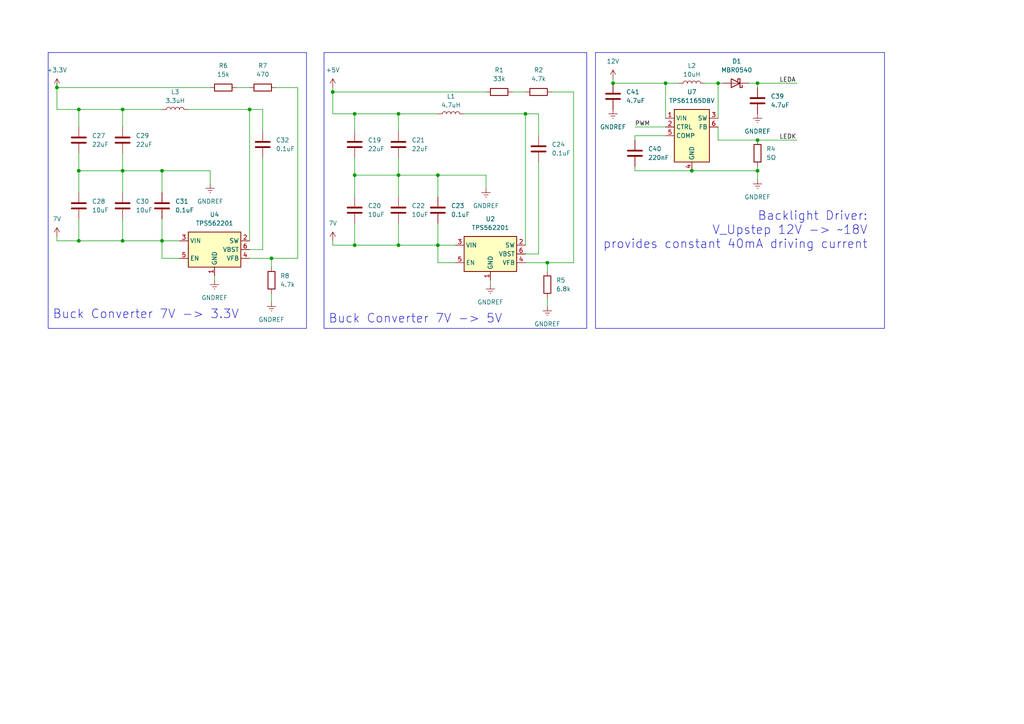
<source format=kicad_sch>
(kicad_sch (version 20231120) (generator "eeschema") (generator_version "8.0")
  (paper "A4")
  (lib_symbols
    (symbol "Device:C" (pin_numbers hide) (pin_names (offset 0.254))
      (property "Reference" "C" (at 0.635 2.54 0))
      (property "Value" "C" (at 0.635 -2.54 0))
      (symbol "C_0_1"
        (polyline (pts (xy -2.032 -0.762) (xy 2.032 -0.762)) (stroke (width 0.508)))
        (polyline (pts (xy -2.032 0.762) (xy 2.032 0.762)) (stroke (width 0.508)))
      )
      (symbol "C_1_1"
        (pin passive line (at 0 3.81 270) (length 2.794) (name "~") (number "1"))
        (pin passive line (at 0 -3.81 90) (length 2.794) (name "~") (number "2"))
      )
    )
    (symbol "Device:L" (pin_numbers hide) (pin_names (offset 1.016) hide)
      (property "Reference" "L" (at -1.27 0 90))
      (property "Value" "L" (at 1.905 0 90))
      (symbol "L_0_1"
        (arc (start 0 -2.54) (mid 0.6323 -1.905) (end 0 -1.27))
        (arc (start 0 -1.27) (mid 0.6323 -0.635) (end 0 0))
        (arc (start 0 0) (mid 0.6323 0.635) (end 0 1.27))
        (arc (start 0 1.27) (mid 0.6323 1.905) (end 0 2.54))
      )
      (symbol "L_1_1"
        (pin passive line (at 0 3.81 270) (length 1.27) (name "1") (number "1"))
        (pin passive line (at 0 -3.81 90) (length 1.27) (name "2") (number "2"))
      )
    )
    (symbol "Device:R" (pin_numbers hide) (pin_names (offset 0))
      (property "Reference" "R" (at 2.032 0 90))
      (property "Value" "R" (at 0 0 90))
      (symbol "R_0_1"
        (rectangle (start -1.016 -2.54) (end 1.016 2.54) (stroke (width 0.254)))
      )
      (symbol "R_1_1"
        (pin passive line (at 0 3.81 270) (length 1.27) (name "~") (number "1"))
        (pin passive line (at 0 -3.81 90) (length 1.27) (name "~") (number "2"))
      )
    )
    (symbol "Diode:MBR0540" (pin_numbers hide) (pin_names (offset 1.016) hide)
      (property "Reference" "D" (at 0 2.54 0))
      (property "Value" "MBR0540" (at 0 -2.54 0))
      (symbol "MBR0540_0_1"
        (polyline (pts (xy 1.27 0) (xy -1.27 0)))
        (polyline (pts (xy 1.27 1.27) (xy 1.27 -1.27) (xy -1.27 0) (xy 1.27 1.27)) (stroke (width 0.254)))
        (polyline (pts (xy -1.905 0.635) (xy -1.905 1.27) (xy -1.27 1.27) (xy -1.27 -1.27) (xy -0.635 -1.27) (xy -0.635 -0.635)) (stroke (width 0.254)))
      )
      (symbol "MBR0540_1_1"
        (pin passive line (at -3.81 0 0) (length 2.54) (name "K") (number "1"))
        (pin passive line (at 3.81 0 180) (length 2.54) (name "A") (number "2"))
      )
    )
    (symbol "Driver_LED:TPS61165DBV"
      (property "Reference" "U" (at 0 11.43 0))
      (property "Value" "TPS61165DBV" (at 0 8.89 0))
      (symbol "TPS61165DBV_1_1"
        (rectangle (start -5.08 7.62) (end 5.08 -7.62) (stroke (width 0.254)) (fill (type background)))
        (pin power_in line (at -7.62 5.08 0) (length 2.54) (name "VIN") (number "1"))
        (pin input line (at -7.62 2.54 0) (length 2.54) (name "CTRL") (number "2"))
        (pin output line (at 7.62 5.08 180) (length 2.54) (name "SW") (number "3"))
        (pin power_in line (at 0 -10.16 90) (length 2.54) (name "GND") (number "4"))
        (pin output line (at -7.62 0 0) (length 2.54) (name "COMP") (number "5"))
        (pin input line (at 7.62 2.54 180) (length 2.54) (name "FB") (number "6"))
      )
    )
    (symbol "Regulator_Switching:TPS562200"
      (property "Reference" "U" (at -7.62 6.35 0))
      (property "Value" "TPS562200" (at -2.54 6.35 0))
      (symbol "TPS562200_0_1"
        (rectangle (start -7.62 5.08) (end 7.62 -5.08) (stroke (width 0.254)) (fill (type background)))
      )
      (symbol "TPS562200_1_1"
        (pin power_in line (at 0 -7.62 90) (length 2.54) (name "GND") (number "1"))
        (pin output line (at 10.16 2.54 180) (length 2.54) (name "SW") (number "2"))
        (pin power_in line (at -10.16 2.54 0) (length 2.54) (name "VIN") (number "3"))
        (pin input line (at 10.16 -2.54 180) (length 2.54) (name "VFB") (number "4"))
        (pin input line (at -10.16 -2.54 0) (length 2.54) (name "EN") (number "5"))
        (pin passive line (at 10.16 0 180) (length 2.54) (name "VBST") (number "6"))
      )
    )
    (symbol "power:+3.3V" (power) (pin_names (offset 0))
      (property "Value" "+3.3V" (at 0 3.556 0))
      (symbol "+3.3V_0_1"
        (polyline (pts (xy -0.762 1.27) (xy 0 2.54)))
        (polyline (pts (xy 0 0) (xy 0 2.54)))
        (polyline (pts (xy 0 2.54) (xy 0.762 1.27)))
      )
      (symbol "+3.3V_1_1"
        (pin power_in line (at 0 0 90) (length 0) hide (name "+3.3V") (number "1"))
      )
    )
    (symbol "power:+5V" (power) (pin_names (offset 0))
      (property "Value" "+5V" (at 0 3.556 0))
      (symbol "+5V_0_1"
        (polyline (pts (xy -0.762 1.27) (xy 0 2.54)))
        (polyline (pts (xy 0 0) (xy 0 2.54)))
        (polyline (pts (xy 0 2.54) (xy 0.762 1.27)))
      )
      (symbol "+5V_1_1"
        (pin power_in line (at 0 0 90) (length 0) hide (name "+5V") (number "1"))
      )
    )
    (symbol "power:GNDREF" (power) (pin_names (offset 0))
      (property "Value" "GNDREF" (at 0 -3.81 0))
      (symbol "GNDREF_0_1"
        (polyline (pts (xy -0.635 -1.905) (xy 0.635 -1.905)))
        (polyline (pts (xy -0.127 -2.54) (xy 0.127 -2.54)))
        (polyline (pts (xy 0 -1.27) (xy 0 0)))
        (polyline (pts (xy 1.27 -1.27) (xy -1.27 -1.27)))
      )
      (symbol "GNDREF_1_1"
        (pin power_in line (at 0 0 270) (length 0) hide (name "GNDREF") (number "1"))
      )
    )
    (symbol "power:VCC" (power) (pin_names (offset 0))
      (property "Value" "VCC" (at 0 3.81 0))
      (symbol "VCC_0_1"
        (polyline (pts (xy -0.762 1.27) (xy 0 2.54)))
        (polyline (pts (xy 0 0) (xy 0 2.54)))
        (polyline (pts (xy 0 2.54) (xy 0.762 1.27)))
      )
      (symbol "VCC_1_1"
        (pin power_in line (at 0 0 90) (length 0) hide (name "VCC") (number "1"))
      )
    )
  )
  (junction (at 115.57 71.12))
  (junction (at 16.51 25.4))
  (junction (at 46.99 49.53))
  (junction (at 78.74 74.93))
  (junction (at 193.04 24.13))
  (junction (at 115.57 33.02))
  (junction (at 127 71.12))
  (junction (at 102.87 33.02))
  (junction (at 22.86 49.53))
  (junction (at 35.56 69.85))
  (junction (at 177.8 24.13))
  (junction (at 96.52 26.67))
  (junction (at 35.56 31.75))
  (junction (at 22.86 69.85))
  (junction (at 102.87 71.12))
  (junction (at 35.56 49.53))
  (junction (at 22.86 31.75))
  (junction (at 208.28 24.13))
  (junction (at 152.4 33.02))
  (junction (at 72.39 31.75))
  (junction (at 200.66 49.53))
  (junction (at 127 50.8))
  (junction (at 46.99 69.85))
  (junction (at 158.75 76.2))
  (junction (at 102.87 50.8))
  (junction (at 219.71 40.64))
  (junction (at 219.71 49.53))
  (junction (at 219.71 24.13))
  (junction (at 115.57 50.8))
  (wire (pts (xy 140.97 54.61) (xy 140.97 50.8)))
  (wire (pts (xy 127 76.2) (xy 132.08 76.2)))
  (wire (pts (xy 208.28 36.83) (xy 208.28 40.64)))
  (wire (pts (xy 72.39 72.39) (xy 76.2 72.39)))
  (wire (pts (xy 140.97 50.8) (xy 127 50.8)))
  (wire (pts (xy 16.51 25.4) (xy 60.96 25.4)))
  (wire (pts (xy 86.36 74.93) (xy 78.74 74.93)))
  (wire (pts (xy 35.56 63.5) (xy 35.56 69.85)))
  (wire (pts (xy 96.52 26.67) (xy 96.52 33.02)))
  (wire (pts (xy 96.52 33.02) (xy 102.87 33.02)))
  (wire (pts (xy 68.58 25.4) (xy 72.39 25.4)))
  (wire (pts (xy 127 50.8) (xy 115.57 50.8)))
  (wire (pts (xy 219.71 49.53) (xy 219.71 52.07)))
  (wire (pts (xy 76.2 72.39) (xy 76.2 45.72)))
  (wire (pts (xy 209.55 24.13) (xy 208.28 24.13)))
  (wire (pts (xy 166.37 26.67) (xy 166.37 76.2)))
  (wire (pts (xy 184.15 48.26) (xy 184.15 49.53)))
  (wire (pts (xy 166.37 76.2) (xy 158.75 76.2)))
  (wire (pts (xy 46.99 49.53) (xy 46.99 55.88)))
  (wire (pts (xy 152.4 73.66) (xy 156.21 73.66)))
  (wire (pts (xy 35.56 49.53) (xy 22.86 49.53)))
  (wire (pts (xy 152.4 71.12) (xy 152.4 33.02)))
  (wire (pts (xy 46.99 69.85) (xy 52.07 69.85)))
  (wire (pts (xy 72.39 69.85) (xy 72.39 31.75)))
  (wire (pts (xy 102.87 71.12) (xy 115.57 71.12)))
  (wire (pts (xy 46.99 63.5) (xy 46.99 69.85)))
  (wire (pts (xy 184.15 36.83) (xy 193.04 36.83)))
  (wire (pts (xy 22.86 63.5) (xy 22.86 69.85)))
  (wire (pts (xy 115.57 64.77) (xy 115.57 71.12)))
  (wire (pts (xy 80.01 25.4) (xy 86.36 25.4)))
  (wire (pts (xy 22.86 36.83) (xy 22.86 31.75)))
  (wire (pts (xy 102.87 33.02) (xy 115.57 33.02)))
  (wire (pts (xy 22.86 31.75) (xy 35.56 31.75)))
  (wire (pts (xy 16.51 24.13) (xy 16.51 25.4)))
  (wire (pts (xy 204.47 24.13) (xy 208.28 24.13)))
  (wire (pts (xy 208.28 24.13) (xy 208.28 34.29)))
  (wire (pts (xy 78.74 74.93) (xy 78.74 77.47)))
  (wire (pts (xy 78.74 85.09) (xy 78.74 87.63)))
  (wire (pts (xy 102.87 64.77) (xy 102.87 71.12)))
  (wire (pts (xy 16.51 25.4) (xy 16.51 31.75)))
  (wire (pts (xy 142.24 81.28) (xy 142.24 82.55)))
  (wire (pts (xy 60.96 49.53) (xy 46.99 49.53)))
  (wire (pts (xy 35.56 31.75) (xy 46.99 31.75)))
  (wire (pts (xy 102.87 71.12) (xy 96.52 71.12)))
  (wire (pts (xy 156.21 39.37) (xy 156.21 33.02)))
  (wire (pts (xy 102.87 38.1) (xy 102.87 33.02)))
  (wire (pts (xy 102.87 50.8) (xy 102.87 57.15)))
  (wire (pts (xy 102.87 45.72) (xy 102.87 50.8)))
  (wire (pts (xy 96.52 69.85) (xy 96.52 71.12)))
  (wire (pts (xy 46.99 49.53) (xy 35.56 49.53)))
  (wire (pts (xy 193.04 24.13) (xy 196.85 24.13)))
  (wire (pts (xy 152.4 76.2) (xy 158.75 76.2)))
  (wire (pts (xy 72.39 31.75) (xy 76.2 31.75)))
  (wire (pts (xy 22.86 69.85) (xy 16.51 69.85)))
  (wire (pts (xy 177.8 24.13) (xy 193.04 24.13)))
  (wire (pts (xy 46.99 74.93) (xy 52.07 74.93)))
  (wire (pts (xy 127 71.12) (xy 127 76.2)))
  (wire (pts (xy 115.57 71.12) (xy 127 71.12)))
  (wire (pts (xy 219.71 25.4) (xy 219.71 24.13)))
  (wire (pts (xy 35.56 44.45) (xy 35.56 49.53)))
  (wire (pts (xy 193.04 34.29) (xy 193.04 24.13)))
  (wire (pts (xy 127 50.8) (xy 127 57.15)))
  (wire (pts (xy 208.28 40.64) (xy 219.71 40.64)))
  (wire (pts (xy 115.57 50.8) (xy 102.87 50.8)))
  (wire (pts (xy 16.51 31.75) (xy 22.86 31.75)))
  (wire (pts (xy 184.15 49.53) (xy 200.66 49.53)))
  (wire (pts (xy 184.15 40.64) (xy 184.15 39.37)))
  (wire (pts (xy 158.75 86.36) (xy 158.75 88.9)))
  (wire (pts (xy 200.66 49.53) (xy 219.71 49.53)))
  (wire (pts (xy 72.39 31.75) (xy 54.61 31.75)))
  (wire (pts (xy 152.4 33.02) (xy 134.62 33.02)))
  (wire (pts (xy 127 64.77) (xy 127 71.12)))
  (wire (pts (xy 16.51 68.58) (xy 16.51 69.85)))
  (wire (pts (xy 156.21 73.66) (xy 156.21 46.99)))
  (wire (pts (xy 35.56 69.85) (xy 46.99 69.85)))
  (wire (pts (xy 60.96 53.34) (xy 60.96 49.53)))
  (wire (pts (xy 177.8 22.86) (xy 177.8 24.13)))
  (wire (pts (xy 35.56 49.53) (xy 35.56 55.88)))
  (wire (pts (xy 184.15 39.37) (xy 193.04 39.37)))
  (wire (pts (xy 115.57 33.02) (xy 127 33.02)))
  (wire (pts (xy 22.86 44.45) (xy 22.86 49.53)))
  (wire (pts (xy 22.86 69.85) (xy 35.56 69.85)))
  (wire (pts (xy 160.02 26.67) (xy 166.37 26.67)))
  (wire (pts (xy 148.59 26.67) (xy 152.4 26.67)))
  (wire (pts (xy 96.52 25.4) (xy 96.52 26.67)))
  (wire (pts (xy 219.71 49.53) (xy 219.71 48.26)))
  (wire (pts (xy 219.71 24.13) (xy 217.17 24.13)))
  (wire (pts (xy 46.99 69.85) (xy 46.99 74.93)))
  (wire (pts (xy 127 71.12) (xy 132.08 71.12)))
  (wire (pts (xy 76.2 38.1) (xy 76.2 31.75)))
  (wire (pts (xy 72.39 74.93) (xy 78.74 74.93)))
  (wire (pts (xy 62.23 80.01) (xy 62.23 81.28)))
  (wire (pts (xy 219.71 24.13) (xy 231.14 24.13)))
  (wire (pts (xy 22.86 49.53) (xy 22.86 55.88)))
  (wire (pts (xy 86.36 25.4) (xy 86.36 74.93)))
  (wire (pts (xy 115.57 33.02) (xy 115.57 38.1)))
  (wire (pts (xy 158.75 76.2) (xy 158.75 78.74)))
  (wire (pts (xy 115.57 50.8) (xy 115.57 57.15)))
  (wire (pts (xy 152.4 33.02) (xy 156.21 33.02)))
  (wire (pts (xy 96.52 26.67) (xy 140.97 26.67)))
  (wire (pts (xy 115.57 45.72) (xy 115.57 50.8)))
  (wire (pts (xy 35.56 31.75) (xy 35.56 36.83)))
  (wire (pts (xy 219.71 40.64) (xy 231.14 40.64)))
  (rectangle (start 172.72 15.24) (end 256.54 95.25))
  (rectangle (start 93.98 15.24) (end 170.18 95.25))
  (rectangle (start 13.97 15.24) (end 88.9 95.25))
  (text "Buck Converter 7V -> 5V" (at 95.25 93.98 0) (effects (font (size 2.54 2.54)) (justify left bottom)))
  (text "Backlight Driver:\nV_Upstep 12V -> ~18V\nprovides constant 40mA driving current" (at 251.714 72.39 0) (effects (font (size 2.54 2.54)) (justify right bottom)))
  (text "Buck Converter 7V -> 3.3V" (at 15.24 92.71 0) (effects (font (size 2.54 2.54)) (justify left bottom)))
  (label "LEDA" (at 226.06 24.13 0))
  (label "PWM" (at 184.15 36.83 0))
  (label "LEDK" (at 226.06 40.64 0))
  (symbol (lib_id "power:GNDREF") (at 60.96 53.34 0) (unit 1)
    (property "Reference" "#PWR032" (effects (hide yes)))
    (property "Value" "GNDREF" (at 60.96 58.42 0))
  )
  (symbol (lib_id "power:GNDREF") (at 140.97 54.61 0) (unit 1)
    (property "Reference" "#PWR021" (effects (hide yes)))
    (property "Value" "GNDREF" (at 140.97 59.69 0))
  )
  (symbol (lib_id "Device:C") (at 102.87 41.91 0) (unit 1)
    (property "Reference" "C19" (at 106.68 40.64 0) (effects (justify left)))
    (property "Value" "22uF" (at 106.68 43.18 0) (effects (justify left)))
  )
  (symbol (lib_id "Device:C") (at 76.2 41.91 0) (unit 1)
    (property "Reference" "C32" (at 80.01 40.64 0) (effects (justify left)))
    (property "Value" "0.1uF" (at 80.01 43.18 0) (effects (justify left)))
  )
  (symbol (lib_id "power:GNDREF") (at 62.23 81.28 0) (unit 1)
    (property "Reference" "#PWR033" (effects (hide yes)))
    (property "Value" "GNDREF" (at 62.23 86.36 0))
  )
  (symbol (lib_id "Device:R") (at 156.21 26.67 90) (unit 1)
    (property "Reference" "R2" (at 156.21 20.32 90))
    (property "Value" "4.7k" (at 156.21 22.86 90))
  )
  (symbol (lib_id "Device:R") (at 78.74 81.28 0) (unit 1)
    (property "Reference" "R8" (at 81.28 80.01 0) (effects (justify left)))
    (property "Value" "4.7k" (at 81.28 82.55 0) (effects (justify left)))
  )
  (symbol (lib_id "Device:C") (at 22.86 40.64 0) (unit 1)
    (property "Reference" "C27" (at 26.67 39.37 0) (effects (justify left)))
    (property "Value" "22uF" (at 26.67 41.91 0) (effects (justify left)))
  )
  (symbol (lib_id "power:GNDREF") (at 158.75 88.9 0) (unit 1)
    (property "Reference" "#PWR023" (effects (hide yes)))
    (property "Value" "GNDREF" (at 158.75 93.98 0))
  )
  (symbol (lib_id "Device:R") (at 76.2 25.4 90) (unit 1)
    (property "Reference" "R7" (at 76.2 19.05 90))
    (property "Value" "470" (at 76.2 21.59 90))
  )
  (symbol (lib_id "Device:L") (at 200.66 24.13 90) (unit 1)
    (property "Reference" "L2" (at 200.66 19.05 90))
    (property "Value" "10uH" (at 200.66 21.59 90))
  )
  (symbol (lib_id "power:+5V") (at 96.52 25.4 0) (unit 1)
    (property "Reference" "#PWR019" (effects (hide yes)))
    (property "Value" "+5V" (at 96.52 20.32 0))
  )
  (symbol (lib_id "Device:R") (at 158.75 82.55 0) (unit 1)
    (property "Reference" "R5" (at 161.29 81.28 0) (effects (justify left)))
    (property "Value" "6.8k" (at 161.29 83.82 0) (effects (justify left)))
  )
  (symbol (lib_id "Device:C") (at 35.56 59.69 0) (unit 1)
    (property "Reference" "C30" (at 39.37 58.42 0) (effects (justify left)))
    (property "Value" "10uF" (at 39.37 60.96 0) (effects (justify left)))
  )
  (symbol (lib_id "power:VCC") (at 177.8 22.86 0) (unit 1)
    (property "Reference" "#PWR025" (effects (hide yes)))
    (property "Value" "12V" (at 177.8 17.78 0))
  )
  (symbol (lib_id "power:GNDREF") (at 219.71 33.02 0) (unit 1)
    (property "Reference" "#PWR026" (effects (hide yes)))
    (property "Value" "GNDREF" (at 219.71 38.1 0))
  )
  (symbol (lib_id "power:GNDREF") (at 142.24 82.55 0) (unit 1)
    (property "Reference" "#PWR022" (effects (hide yes)))
    (property "Value" "GNDREF" (at 142.24 87.63 0))
  )
  (symbol (lib_id "Device:C") (at 22.86 59.69 0) (unit 1)
    (property "Reference" "C28" (at 26.67 58.42 0) (effects (justify left)))
    (property "Value" "10uF" (at 26.67 60.96 0) (effects (justify left)))
  )
  (symbol (lib_id "power:VCC") (at 96.52 69.85 0) (unit 1)
    (property "Reference" "#PWR020" (effects (hide yes)))
    (property "Value" "7V" (at 96.52 64.77 0))
  )
  (symbol (lib_id "Driver_LED:TPS61165DBV") (at 200.66 39.37 0) (unit 1)
    (property "Reference" "U7" (at 200.66 26.67 0))
    (property "Value" "TPS61165DBV" (at 200.66 29.21 0))
    (property "Footprint" "Package_TO_SOT_SMD:SOT-23-6" (effects (hide yes)))
    (property "Datasheet" "https://www.ti.com/lit/ds/symlink/tps61165.pdf" (effects (hide yes)))
    (property "Description" "High-Brightness, Constant current LED Driver, 3V to 18V input voltage range, internal switch, up to 38V/1.2A output,  SOT-23-6" (effects (hide yes)))
  )
  (symbol (lib_id "power:GNDREF") (at 219.71 52.07 0) (unit 1)
    (property "Reference" "#PWR038" (effects (hide yes)))
    (property "Value" "GNDREF" (at 219.71 57.15 0))
  )
  (symbol (lib_id "Device:C") (at 127 60.96 0) (unit 1)
    (property "Reference" "C23" (at 130.81 59.69 0) (effects (justify left)))
    (property "Value" "0.1uF" (at 130.81 62.23 0) (effects (justify left)))
  )
  (symbol (lib_id "Device:L") (at 130.81 33.02 90) (unit 1)
    (property "Reference" "L1" (at 130.81 27.94 90))
    (property "Value" "4.7uH" (at 130.81 30.48 90))
  )
  (symbol (lib_id "Device:R") (at 219.71 44.45 180) (unit 1)
    (property "Reference" "R4" (at 222.25 43.1799 0) (effects (justify right)))
    (property "Value" "5Ω" (at 222.25 45.7199 0) (effects (justify right)))
  )
  (symbol (lib_id "Regulator_Switching:TPS562200") (at 62.23 72.39 0) (unit 1)
    (property "Reference" "U4" (at 62.23 62.23 0))
    (property "Value" "TPS562201" (at 62.23 64.77 0))
    (property "Footprint" "Package_TO_SOT_SMD:SOT-23-6" (effects (hide yes)))
    (property "Datasheet" "http://www.ti.com/lit/ds/symlink/tps563200.pdf" (effects (hide yes)))
  )
  (symbol (lib_id "Device:C") (at 35.56 40.64 0) (unit 1)
    (property "Reference" "C29" (at 39.37 39.37 0) (effects (justify left)))
    (property "Value" "22uF" (at 39.37 41.91 0) (effects (justify left)))
  )
  (symbol (lib_id "power:+3.3V") (at 16.51 25.4 0) (unit 1)
    (property "Reference" "#PWR030" (effects (hide yes)))
    (property "Value" "+3.3V" (at 16.51 20.32 0))
  )
  (symbol (lib_id "Regulator_Switching:TPS562200") (at 142.24 73.66 0) (unit 1)
    (property "Reference" "U2" (at 142.24 63.5 0))
    (property "Value" "TPS562201" (at 142.24 66.04 0))
    (property "Footprint" "Package_TO_SOT_SMD:SOT-23-6" (effects (hide yes)))
    (property "Datasheet" "http://www.ti.com/lit/ds/symlink/tps563200.pdf" (effects (hide yes)))
  )
  (symbol (lib_id "Device:C") (at 177.8 27.94 0) (unit 1)
    (property "Reference" "C41" (at 181.61 26.6699 0) (effects (justify left)))
    (property "Value" "4.7uF" (at 181.61 29.2099 0) (effects (justify left)))
  )
  (symbol (lib_id "Device:C") (at 115.57 60.96 0) (unit 1)
    (property "Reference" "C22" (at 119.38 59.69 0) (effects (justify left)))
    (property "Value" "10uF" (at 119.38 62.23 0) (effects (justify left)))
  )
  (symbol (lib_id "Device:C") (at 156.21 43.18 0) (unit 1)
    (property "Reference" "C24" (at 160.02 41.91 0) (effects (justify left)))
    (property "Value" "0.1uF" (at 160.02 44.45 0) (effects (justify left)))
  )
  (symbol (lib_id "Device:C") (at 46.99 59.69 0) (unit 1)
    (property "Reference" "C31" (at 50.8 58.42 0) (effects (justify left)))
    (property "Value" "0.1uF" (at 50.8 60.96 0) (effects (justify left)))
  )
  (symbol (lib_id "Diode:MBR0540") (at 213.36 24.13 180) (unit 1)
    (property "Reference" "D1" (at 213.6775 17.78 0))
    (property "Value" "MBR0540" (at 213.6775 20.32 0))
    (property "Footprint" "Diode_SMD:D_SOD-123" (effects (hide yes)))
    (property "Datasheet" "http://www.mccsemi.com/up_pdf/MBR0520~MBR0580(SOD123).pdf" (effects (hide yes)))
    (property "Description" "40V 0.5A Schottky Power Rectifier Diode, SOD-123" (effects (hide yes)))
  )
  (symbol (lib_id "Device:C") (at 102.87 60.96 0) (unit 1)
    (property "Reference" "C20" (at 106.68 59.69 0) (effects (justify left)))
    (property "Value" "10uF" (at 106.68 62.23 0) (effects (justify left)))
  )
  (symbol (lib_id "power:GNDREF") (at 177.8 31.75 0) (unit 1)
    (property "Reference" "#PWR039" (effects (hide yes)))
    (property "Value" "GNDREF" (at 177.8 36.83 0))
  )
  (symbol (lib_id "Device:C") (at 115.57 41.91 0) (unit 1)
    (property "Reference" "C21" (at 119.38 40.64 0) (effects (justify left)))
    (property "Value" "22uF" (at 119.38 43.18 0) (effects (justify left)))
  )
  (symbol (lib_id "Device:L") (at 50.8 31.75 90) (unit 1)
    (property "Reference" "L3" (at 50.8 26.67 90))
    (property "Value" "3.3uH" (at 50.8 29.21 90))
  )
  (symbol (lib_id "Device:R") (at 144.78 26.67 90) (unit 1)
    (property "Reference" "R1" (at 144.78 20.32 90))
    (property "Value" "33k" (at 144.78 22.86 90))
  )
  (symbol (lib_id "power:VCC") (at 16.51 68.58 0) (unit 1)
    (property "Reference" "#PWR031" (effects (hide yes)))
    (property "Value" "7V" (at 16.51 63.5 0))
  )
  (symbol (lib_id "power:GNDREF") (at 78.74 87.63 0) (unit 1)
    (property "Reference" "#PWR034" (effects (hide yes)))
    (property "Value" "GNDREF" (at 78.74 92.71 0))
  )
  (symbol (lib_id "Device:R") (at 64.77 25.4 90) (unit 1)
    (property "Reference" "R6" (at 64.77 19.05 90))
    (property "Value" "15k" (at 64.77 21.59 90))
  )
  (symbol (lib_id "Device:C") (at 219.71 29.21 0) (unit 1)
    (property "Reference" "C39" (at 223.52 27.9399 0) (effects (justify left)))
    (property "Value" "4.7uF" (at 223.52 30.4799 0) (effects (justify left)))
  )
  (symbol (lib_id "Device:C") (at 184.15 44.45 0) (unit 1)
    (property "Reference" "C40" (at 187.96 43.1799 0) (effects (justify left)))
    (property "Value" "220nF" (at 187.96 45.7199 0) (effects (justify left)))
  )
)
</source>
